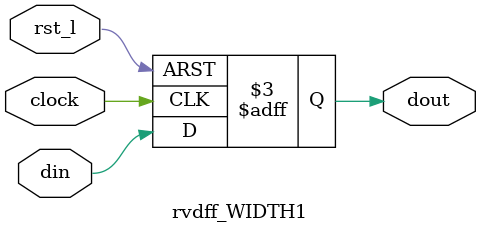
<source format=v>
module rvdff_WIDTH1
(
  din,
  clock,
  rst_l,
  dout
);
  input [0:0] din;
  output [0:0] dout;
  input clock;
  input rst_l;
  wire N0;
  reg [0:0] dout;
  always @(posedge clock or posedge N0) begin
    if(N0) begin
      dout[0] <= 1'b0;
    end else if(1'b1) begin
      dout[0] <= din[0];
    end
  end
  assign N0 = ~rst_l;
endmodule
</source>
